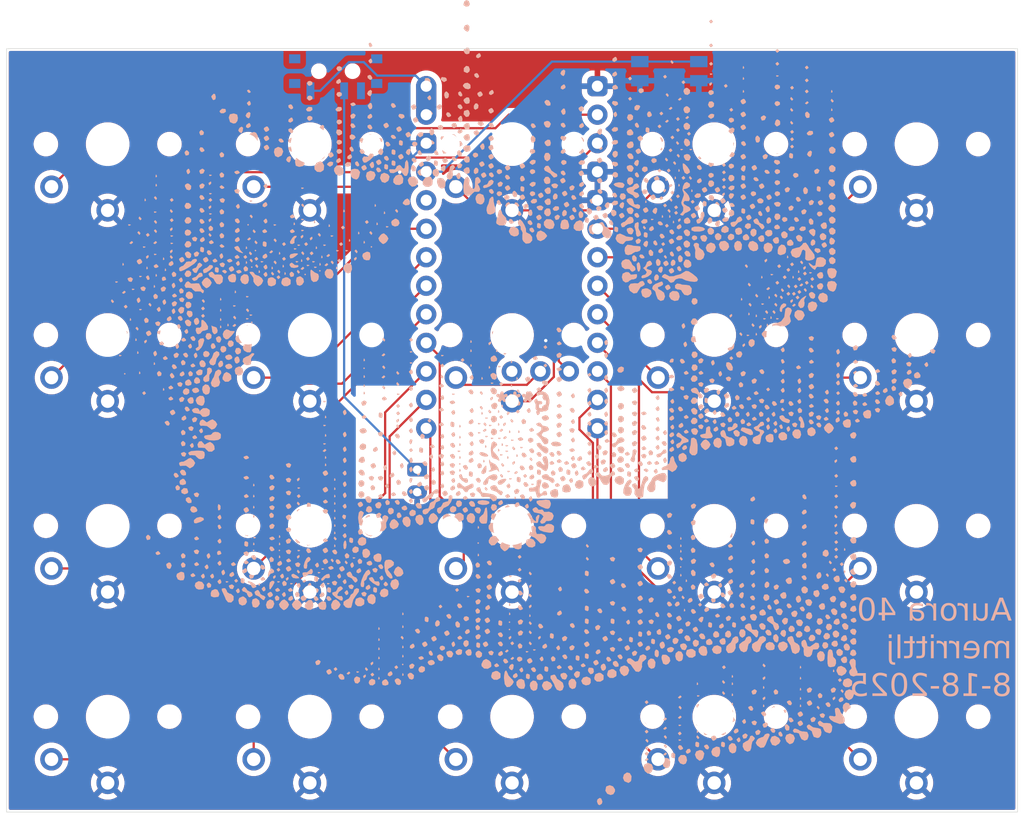
<source format=kicad_pcb>
(kicad_pcb (version 20241229) (generator "pcbnew") (generator_version "9.0")
  (title_block (title "Aurora 40") (date "2025-08-18") (rev "1") (company "merrittlj"))
  (layers (0 "F.Cu" signal) (2 "B.Cu" signal) (13 "F.Paste" user) (15 "B.Paste" user) (5 "F.SilkS" user "F.Silkscreen") (7 "B.SilkS" user "B.Silkscreen") (1 "F.Mask" user) (3 "B.Mask" user) (25 "Edge.Cuts" user))
  (net 0 "")
  (net 1 "/SW1")
  (net 2 "GND")
  (net 3 "/SW2")
  (net 4 "/SW3")
  (net 5 "/SW4")
  (net 6 "/SW5")
  (net 7 "/SW6")
  (net 8 "/SW7")
  (net 9 "/SW8")
  (net 10 "/SW9")
  (net 11 "/SW10")
  (net 12 "/SW11")
  (net 13 "/SW12")
  (net 14 "/SW13")
  (net 15 "/SW14")
  (net 16 "/SW15")
  (net 17 "/SW16")
  (net 18 "/SW17")
  (net 19 "/SW18")
  (net 20 "/SW19")
  (net 21 "/SW20")
  (net 22 "Net-(J1-Pin_1)")
  (net 23 "/BAT+")
  (net 25 "/RST")
  (footprint "PCM_marbastlib-choc:SW_choc_v1_1u" (layer "F.Cu") (at 77 64.2)
    (property "Reference" "CH7" (hide yes))
    (property "Value" "choc_v1_SW_solder")
    (pad "" np_thru_hole circle (at -5.5 0 180) (size 1.7 1.7) (drill 1.7) (layers "*.Cu" "*.Mask"))
    (pad "" np_thru_hole circle (at 0 0 180) (size 3.4 3.4) (drill 3.4) (layers "*.Cu" "*.Mask"))
    (pad "" np_thru_hole circle (at 5.5 0 180) (size 1.7 1.7) (drill 1.7) (layers "*.Cu" "*.Mask"))
    (pad "1" thru_hole circle (at -5 3.8 180) (size 2 2) (drill 1.2) (layers "*.Cu" "B.Mask") (net 8 "/SW7"))
    (pad "2" thru_hole circle (at 0 5.9 180) (size 2 2) (drill 1.2) (layers "*.Cu" "B.Mask") (net 2 "GND"))
  )
  (footprint "PCM_marbastlib-choc:SW_choc_v1_1u" (layer "F.Cu") (at 131 47.2)
    (property "Reference" "CH5" (hide yes))
    (property "Value" "choc_v1_SW_solder")
    (pad "" np_thru_hole circle (at -5.5 0 180) (size 1.7 1.7) (drill 1.7) (layers "*.Cu" "*.Mask"))
    (pad "" np_thru_hole circle (at 0 0 180) (size 3.4 3.4) (drill 3.4) (layers "*.Cu" "*.Mask"))
    (pad "" np_thru_hole circle (at 5.5 0 180) (size 1.7 1.7) (drill 1.7) (layers "*.Cu" "*.Mask"))
    (pad "1" thru_hole circle (at -5 3.8 180) (size 2 2) (drill 1.2) (layers "*.Cu" "B.Mask") (net 6 "/SW5"))
    (pad "2" thru_hole circle (at 0 5.9 180) (size 2 2) (drill 1.2) (layers "*.Cu" "B.Mask") (net 2 "GND"))
  )
  (footprint "PCM_marbastlib-choc:SW_choc_v1_1u" (layer "F.Cu") (at 95 98.2)
    (property "Reference" "CH18" (hide yes))
    (property "Value" "choc_v1_SW_solder")
    (pad "" np_thru_hole circle (at -5.5 0 180) (size 1.7 1.7) (drill 1.7) (layers "*.Cu" "*.Mask"))
    (pad "" np_thru_hole circle (at 0 0 180) (size 3.4 3.4) (drill 3.4) (layers "*.Cu" "*.Mask"))
    (pad "" np_thru_hole circle (at 5.5 0 180) (size 1.7 1.7) (drill 1.7) (layers "*.Cu" "*.Mask"))
    (pad "1" thru_hole circle (at -5 3.8 180) (size 2 2) (drill 1.2) (layers "*.Cu" "B.Mask") (net 19 "/SW18"))
    (pad "2" thru_hole circle (at 0 5.9 180) (size 2 2) (drill 1.2) (layers "*.Cu" "B.Mask") (net 2 "GND"))
  )
  (footprint "PCM_marbastlib-choc:SW_choc_v1_1u" (layer "F.Cu") (at 95 47.2)
    (property "Reference" "CH3" (hide yes))
    (property "Value" "choc_v1_SW_solder")
    (pad "" np_thru_hole circle (at -5.5 0 180) (size 1.7 1.7) (drill 1.7) (layers "*.Cu" "*.Mask"))
    (pad "" np_thru_hole circle (at 0 0 180) (size 3.4 3.4) (drill 3.4) (layers "*.Cu" "*.Mask"))
    (pad "" np_thru_hole circle (at 5.5 0 180) (size 1.7 1.7) (drill 1.7) (layers "*.Cu" "*.Mask"))
    (pad "1" thru_hole circle (at -5 3.8 180) (size 2 2) (drill 1.2) (layers "*.Cu" "B.Mask") (net 4 "/SW3"))
    (pad "2" thru_hole circle (at 0 5.9 180) (size 2 2) (drill 1.2) (layers "*.Cu" "B.Mask") (net 2 "GND"))
  )
  (footprint "PCM_marbastlib-choc:SW_choc_v1_1u" (layer "F.Cu") (at 131 64.2)
    (property "Reference" "CH10" (hide yes))
    (property "Value" "choc_v1_SW_solder")
    (pad "" np_thru_hole circle (at -5.5 0 180) (size 1.7 1.7) (drill 1.7) (layers "*.Cu" "*.Mask"))
    (pad "" np_thru_hole circle (at 0 0 180) (size 3.4 3.4) (drill 3.4) (layers "*.Cu" "*.Mask"))
    (pad "" np_thru_hole circle (at 5.5 0 180) (size 1.7 1.7) (drill 1.7) (layers "*.Cu" "*.Mask"))
    (pad "1" thru_hole circle (at -5 3.8 180) (size 2 2) (drill 1.2) (layers "*.Cu" "B.Mask") (net 11 "/SW10"))
    (pad "2" thru_hole circle (at 0 5.9 180) (size 2 2) (drill 1.2) (layers "*.Cu" "B.Mask") (net 2 "GND"))
  )
  (footprint "PCM_marbastlib-choc:SW_choc_v1_1u" (layer "F.Cu") (at 95 64.2)
    (property "Reference" "CH8" (hide yes))
    (property "Value" "choc_v1_SW_solder")
    (pad "" np_thru_hole circle (at -5.5 0 180) (size 1.7 1.7) (drill 1.7) (layers "*.Cu" "*.Mask"))
    (pad "" np_thru_hole circle (at 0 0 180) (size 3.4 3.4) (drill 3.4) (layers "*.Cu" "*.Mask"))
    (pad "" np_thru_hole circle (at 5.5 0 180) (size 1.7 1.7) (drill 1.7) (layers "*.Cu" "*.Mask"))
    (pad "1" thru_hole circle (at -5 3.8 180) (size 2 2) (drill 1.2) (layers "*.Cu" "B.Mask") (net 9 "/SW8"))
    (pad "2" thru_hole circle (at 0 5.9 180) (size 2 2) (drill 1.2) (layers "*.Cu" "B.Mask") (net 2 "GND"))
  )
  (footprint "PCM_marbastlib-choc:SW_choc_v1_1u" (layer "F.Cu") (at 131 98.2)
    (property "Reference" "CH20" (hide yes))
    (property "Value" "choc_v1_SW_solder")
    (pad "" np_thru_hole circle (at -5.5 0 180) (size 1.7 1.7) (drill 1.7) (layers "*.Cu" "*.Mask"))
    (pad "" np_thru_hole circle (at 0 0 180) (size 3.4 3.4) (drill 3.4) (layers "*.Cu" "*.Mask"))
    (pad "" np_thru_hole circle (at 5.5 0 180) (size 1.7 1.7) (drill 1.7) (layers "*.Cu" "*.Mask"))
    (pad "1" thru_hole circle (at -5 3.8 180) (size 2 2) (drill 1.2) (layers "*.Cu" "B.Mask") (net 21 "/SW20"))
    (pad "2" thru_hole circle (at 0 5.9 180) (size 2 2) (drill 1.2) (layers "*.Cu" "B.Mask") (net 2 "GND"))
  )
  (footprint "PCM_marbastlib-choc:SW_choc_v1_1u" (layer "F.Cu") (at 77 47.2)
    (property "Reference" "CH2" (hide yes))
    (property "Value" "choc_v1_SW_solder")
    (pad "" np_thru_hole circle (at -5.5 0 180) (size 1.7 1.7) (drill 1.7) (layers "*.Cu" "*.Mask"))
    (pad "" np_thru_hole circle (at 0 0 180) (size 3.4 3.4) (drill 3.4) (layers "*.Cu" "*.Mask"))
    (pad "" np_thru_hole circle (at 5.5 0 180) (size 1.7 1.7) (drill 1.7) (layers "*.Cu" "*.Mask"))
    (pad "1" thru_hole circle (at -5 3.8 180) (size 2 2) (drill 1.2) (layers "*.Cu" "B.Mask") (net 3 "/SW2"))
    (pad "2" thru_hole circle (at 0 5.9 180) (size 2 2) (drill 1.2) (layers "*.Cu" "B.Mask") (net 2 "GND"))
  )
  (footprint "PCM_marbastlib-choc:SW_choc_v1_1u" (layer "F.Cu") (at 59 98.2)
    (property "Reference" "CH16" (hide yes))
    (property "Value" "choc_v1_SW_solder")
    (pad "" np_thru_hole circle (at -5.5 0 180) (size 1.7 1.7) (drill 1.7) (layers "*.Cu" "*.Mask"))
    (pad "" np_thru_hole circle (at 0 0 180) (size 3.4 3.4) (drill 3.4) (layers "*.Cu" "*.Mask"))
    (pad "" np_thru_hole circle (at 5.5 0 180) (size 1.7 1.7) (drill 1.7) (layers "*.Cu" "*.Mask"))
    (pad "1" thru_hole circle (at -5 3.8 180) (size 2 2) (drill 1.2) (layers "*.Cu" "B.Mask") (net 17 "/SW16"))
    (pad "2" thru_hole circle (at 0 5.9 180) (size 2 2) (drill 1.2) (layers "*.Cu" "B.Mask") (net 2 "GND"))
  )
  (footprint "PCM_marbastlib-choc:SW_choc_v1_1u" (layer "F.Cu") (at 77 81.2)
    (property "Reference" "CH12" (hide yes))
    (property "Value" "choc_v1_SW_solder")
    (pad "" np_thru_hole circle (at -5.5 0 180) (size 1.7 1.7) (drill 1.7) (layers "*.Cu" "*.Mask"))
    (pad "" np_thru_hole circle (at 0 0 180) (size 3.4 3.4) (drill 3.4) (layers "*.Cu" "*.Mask"))
    (pad "" np_thru_hole circle (at 5.5 0 180) (size 1.7 1.7) (drill 1.7) (layers "*.Cu" "*.Mask"))
    (pad "1" thru_hole circle (at -5 3.8 180) (size 2 2) (drill 1.2) (layers "*.Cu" "B.Mask") (net 13 "/SW12"))
    (pad "2" thru_hole circle (at 0 5.9 180) (size 2 2) (drill 1.2) (layers "*.Cu" "B.Mask") (net 2 "GND"))
  )
  (footprint "PCM_marbastlib-choc:SW_choc_v1_1u" (layer "F.Cu") (at 113 64.2)
    (property "Reference" "CH9" (hide yes))
    (property "Value" "choc_v1_SW_solder")
    (pad "" np_thru_hole circle (at -5.5 0 180) (size 1.7 1.7) (drill 1.7) (layers "*.Cu" "*.Mask"))
    (pad "" np_thru_hole circle (at 0 0 180) (size 3.4 3.4) (drill 3.4) (layers "*.Cu" "*.Mask"))
    (pad "" np_thru_hole circle (at 5.5 0 180) (size 1.7 1.7) (drill 1.7) (layers "*.Cu" "*.Mask"))
    (pad "1" thru_hole circle (at -5 3.8 180) (size 2 2) (drill 1.2) (layers "*.Cu" "B.Mask") (net 10 "/SW9"))
    (pad "2" thru_hole circle (at 0 5.9 180) (size 2 2) (drill 1.2) (layers "*.Cu" "B.Mask") (net 2 "GND"))
  )
  (footprint "PCM_marbastlib-choc:SW_choc_v1_1u" (layer "F.Cu") (at 77 98.2)
    (property "Reference" "CH17" (hide yes))
    (property "Value" "choc_v1_SW_solder")
    (pad "" np_thru_hole circle (at -5.5 0 180) (size 1.7 1.7) (drill 1.7) (layers "*.Cu" "*.Mask"))
    (pad "" np_thru_hole circle (at 0 0 180) (size 3.4 3.4) (drill 3.4) (layers "*.Cu" "*.Mask"))
    (pad "" np_thru_hole circle (at 5.5 0 180) (size 1.7 1.7) (drill 1.7) (layers "*.Cu" "*.Mask"))
    (pad "1" thru_hole circle (at -5 3.8 180) (size 2 2) (drill 1.2) (layers "*.Cu" "B.Mask") (net 18 "/SW17"))
    (pad "2" thru_hole circle (at 0 5.9 180) (size 2 2) (drill 1.2) (layers "*.Cu" "B.Mask") (net 2 "GND"))
  )
  (footprint "PCM_marbastlib-choc:SW_choc_v1_1u" (layer "F.Cu") (at 113 47.2)
    (property "Reference" "CH4" (hide yes))
    (property "Value" "choc_v1_SW_solder")
    (pad "" np_thru_hole circle (at -5.5 0 180) (size 1.7 1.7) (drill 1.7) (layers "*.Cu" "*.Mask"))
    (pad "" np_thru_hole circle (at 0 0 180) (size 3.4 3.4) (drill 3.4) (layers "*.Cu" "*.Mask"))
    (pad "" np_thru_hole circle (at 5.5 0 180) (size 1.7 1.7) (drill 1.7) (layers "*.Cu" "*.Mask"))
    (pad "1" thru_hole circle (at -5 3.8 180) (size 2 2) (drill 1.2) (layers "*.Cu" "B.Mask") (net 5 "/SW4"))
    (pad "2" thru_hole circle (at 0 5.9 180) (size 2 2) (drill 1.2) (layers "*.Cu" "B.Mask") (net 2 "GND"))
  )
  (footprint "PCM_marbastlib-choc:SW_choc_v1_1u" (layer "F.Cu") (at 59 47.2)
    (property "Reference" "CH1" (hide yes))
    (property "Value" "choc_v1_SW_solder")
    (pad "" np_thru_hole circle (at -5.5 0 180) (size 1.7 1.7) (drill 1.7) (layers "*.Cu" "*.Mask"))
    (pad "" np_thru_hole circle (at 0 0 180) (size 3.4 3.4) (drill 3.4) (layers "*.Cu" "*.Mask"))
    (pad "" np_thru_hole circle (at 5.5 0 180) (size 1.7 1.7) (drill 1.7) (layers "*.Cu" "*.Mask"))
    (pad "1" thru_hole circle (at -5 3.8 180) (size 2 2) (drill 1.2) (layers "*.Cu" "B.Mask") (net 1 "/SW1"))
    (pad "2" thru_hole circle (at 0 5.9 180) (size 2 2) (drill 1.2) (layers "*.Cu" "B.Mask") (net 2 "GND"))
  )
  (footprint "PCM_marbastlib-choc:SW_choc_v1_1u" (layer "F.Cu") (at 95 81.2)
    (property "Reference" "CH13" (hide yes))
    (property "Value" "choc_v1_SW_solder")
    (pad "" np_thru_hole circle (at -5.5 0 180) (size 1.7 1.7) (drill 1.7) (layers "*.Cu" "*.Mask"))
    (pad "" np_thru_hole circle (at 0 0 180) (size 3.4 3.4) (drill 3.4) (layers "*.Cu" "*.Mask"))
    (pad "" np_thru_hole circle (at 5.5 0 180) (size 1.7 1.7) (drill 1.7) (layers "*.Cu" "*.Mask"))
    (pad "1" thru_hole circle (at -5 3.8 180) (size 2 2) (drill 1.2) (layers "*.Cu" "B.Mask") (net 14 "/SW13"))
    (pad "2" thru_hole circle (at 0 5.9 180) (size 2 2) (drill 1.2) (layers "*.Cu" "B.Mask") (net 2 "GND"))
  )
  (footprint "PCM_marbastlib-choc:SW_choc_v1_1u" (layer "F.Cu") (at 113 81.2)
    (property "Reference" "CH14" (hide yes))
    (property "Value" "choc_v1_SW_solder")
    (pad "" np_thru_hole circle (at -5.5 0 180) (size 1.7 1.7) (drill 1.7) (layers "*.Cu" "*.Mask"))
    (pad "" np_thru_hole circle (at 0 0 180) (size 3.4 3.4) (drill 3.4) (layers "*.Cu" "*.Mask"))
    (pad "" np_thru_hole circle (at 5.5 0 180) (size 1.7 1.7) (drill 1.7) (layers "*.Cu" "*.Mask"))
    (pad "1" thru_hole circle (at -5 3.8 180) (size 2 2) (drill 1.2) (layers "*.Cu" "B.Mask") (net 15 "/SW14"))
    (pad "2" thru_hole circle (at 0 5.9 180) (size 2 2) (drill 1.2) (layers "*.Cu" "B.Mask") (net 2 "GND"))
  )
  (footprint "PCM_marbastlib-choc:SW_choc_v1_1u" (layer "F.Cu") (at 59 64.2)
    (property "Reference" "CH6" (hide yes))
    (property "Value" "choc_v1_SW_solder")
    (pad "" np_thru_hole circle (at -5.5 0 180) (size 1.7 1.7) (drill 1.7) (layers "*.Cu" "*.Mask"))
    (pad "" np_thru_hole circle (at 0 0 180) (size 3.4 3.4) (drill 3.4) (layers "*.Cu" "*.Mask"))
    (pad "" np_thru_hole circle (at 5.5 0 180) (size 1.7 1.7) (drill 1.7) (layers "*.Cu" "*.Mask"))
    (pad "1" thru_hole circle (at -5 3.8 180) (size 2 2) (drill 1.2) (layers "*.Cu" "B.Mask") (net 7 "/SW6"))
    (pad "2" thru_hole circle (at 0 5.9 180) (size 2 2) (drill 1.2) (layers "*.Cu" "B.Mask") (net 2 "GND"))
  )
  (footprint "PCM_marbastlib-choc:SW_choc_v1_1u" (layer "F.Cu") (at 59 81.2)
    (property "Reference" "CH11" (hide yes))
    (property "Value" "choc_v1_SW_solder")
    (pad "" np_thru_hole circle (at -5.5 0 180) (size 1.7 1.7) (drill 1.7) (layers "*.Cu" "*.Mask"))
    (pad "" np_thru_hole circle (at 0 0 180) (size 3.4 3.4) (drill 3.4) (layers "*.Cu" "*.Mask"))
    (pad "" np_thru_hole circle (at 5.5 0 180) (size 1.7 1.7) (drill 1.7) (layers "*.Cu" "*.Mask"))
    (pad "1" thru_hole circle (at -5 3.8 180) (size 2 2) (drill 1.2) (layers "*.Cu" "B.Mask") (net 12 "/SW11"))
    (pad "2" thru_hole circle (at 0 5.9 180) (size 2 2) (drill 1.2) (layers "*.Cu" "B.Mask") (net 2 "GND"))
  )
  (footprint "PCM_marbastlib-choc:SW_choc_v1_1u" (layer "F.Cu") (at 113 98.2)
    (property "Reference" "CH19" (hide yes))
    (property "Value" "choc_v1_SW_solder")
    (pad "" np_thru_hole circle (at -5.5 0 180) (size 1.7 1.7) (drill 1.7) (layers "*.Cu" "*.Mask"))
    (pad "" np_thru_hole circle (at 0 0 180) (size 3.4 3.4) (drill 3.4) (layers "*.Cu" "*.Mask"))
    (pad "" np_thru_hole circle (at 5.5 0 180) (size 1.7 1.7) (drill 1.7) (layers "*.Cu" "*.Mask"))
    (pad "1" thru_hole circle (at -5 3.8 180) (size 2 2) (drill 1.2) (layers "*.Cu" "B.Mask") (net 20 "/SW19"))
    (pad "2" thru_hole circle (at 0 5.9 180) (size 2 2) (drill 1.2) (layers "*.Cu" "B.Mask") (net 2 "GND"))
  )
  (footprint "PCM_marbastlib-choc:SW_choc_v1_1u" (layer "F.Cu") (at 131 81.2)
    (property "Reference" "CH15" (hide yes))
    (property "Value" "choc_v1_SW_solder")
    (pad "" np_thru_hole circle (at -5.5 0 180) (size 1.7 1.7) (drill 1.7) (layers "*.Cu" "*.Mask"))
    (pad "" np_thru_hole circle (at 0 0 180) (size 3.4 3.4) (drill 3.4) (layers "*.Cu" "*.Mask"))
    (pad "" np_thru_hole circle (at 5.5 0 180) (size 1.7 1.7) (drill 1.7) (layers "*.Cu" "*.Mask"))
    (pad "1" thru_hole circle (at -5 3.8 180) (size 2 2) (drill 1.2) (layers "*.Cu" "B.Mask") (net 16 "/SW15"))
    (pad "2" thru_hole circle (at 0 5.9 180) (size 2 2) (drill 1.2) (layers "*.Cu" "B.Mask") (net 2 "GND"))
  )
  (footprint "PCM_marbastlib-xp-promicroish:nice_nano_AH_USBup" (layer "B.Cu") (at 94.98 58.55 180)
    (property "Reference" "U1" (hide yes))
    (property "Value" "nice_nano")
    (pad "1" thru_hole circle (at -7.62 13.97 180) (size 1.8 1.8) (drill 1) (layers "*.Cu" "F.Mask") (net 1 "/SW1"))
    (pad "2" thru_hole circle (at -7.62 11.43 180) (size 1.8 1.8) (drill 1) (layers "*.Cu" "F.Mask") (net 3 "/SW2"))
    (pad "3" thru_hole roundrect (at -7.62 8.89 180) (size 1.8 1.8) (drill 1) (layers "*.Cu" "F.Mask") (net 2 "GND"))
    (pad "4" thru_hole roundrect (at -7.62 6.35 180) (size 1.8 1.8) (drill 1) (layers "*.Cu" "F.Mask") (net 2 "GND"))
    (pad "5" thru_hole circle (at -7.62 3.81 180) (size 1.8 1.8) (drill 1) (layers "*.Cu" "F.Mask") (net 5 "/SW4"))
    (pad "6" thru_hole circle (at -7.62 1.27 180) (size 1.8 1.8) (drill 1) (layers "*.Cu" "F.Mask") (net 6 "/SW5"))
    (pad "7" thru_hole circle (at -7.62 -1.27 180) (size 1.8 1.8) (drill 1) (layers "*.Cu" "F.Mask") (net 10 "/SW9"))
    (pad "8" thru_hole circle (at -7.62 -3.81 180) (size 1.8 1.8) (drill 1) (layers "*.Cu" "F.Mask") (net 11 "/SW10"))
    (pad "9" thru_hole circle (at -7.62 -6.35 180) (size 1.8 1.8) (drill 1) (layers "*.Cu" "F.Mask") (net 15 "/SW14"))
    (pad "10" thru_hole circle (at -7.62 -8.89 180) (size 1.8 1.8) (drill 1) (layers "*.Cu" "F.Mask") (net 16 "/SW15"))
    (pad "11" thru_hole circle (at -7.62 -11.43 180) (size 1.8 1.8) (drill 1) (layers "*.Cu" "F.Mask") (net 20 "/SW19"))
    (pad "12" thru_hole circle (at -7.62 -13.97 180) (size 1.8 1.8) (drill 1) (layers "*.Cu" "F.Mask") (net 21 "/SW20"))
    (pad "13" thru_hole oval (at 7.62 13.97 180) (size 1.8 4.34) (drill 1 (offset 0 1.27)) (layers "*.Cu" "F.Mask") (net 23 "/BAT+"))
    (pad "14" thru_hole roundrect (at 7.62 11.43 180) (size 1.8 1.8) (drill 1) (layers "*.Cu" "F.Mask") (net 2 "GND"))
    (pad "15" thru_hole circle (at 7.62 8.89 180) (size 1.8 1.8) (drill 1) (layers "*.Cu" "F.Mask") (net 25 "/RST"))
    (pad "16" thru_hole circle (at 7.62 6.35 180) (size 1.8 1.8) (drill 1) (layers "*.Cu" "F.Mask"))
    (pad "17" thru_hole circle (at 7.62 3.81 180) (size 1.8 1.8) (drill 1) (layers "*.Cu" "F.Mask") (net 7 "/SW6"))
    (pad "18" thru_hole circle (at 7.62 1.27 180) (size 1.8 1.8) (drill 1) (layers "*.Cu" "F.Mask") (net 8 "/SW7"))
    (pad "19" thru_hole circle (at 7.62 -1.27 180) (size 1.8 1.8) (drill 1) (layers "*.Cu" "F.Mask") (net 12 "/SW11"))
    (pad "20" thru_hole circle (at 7.62 -3.81 180) (size 1.8 1.8) (drill 1) (layers "*.Cu" "F.Mask") (net 13 "/SW12"))
    (pad "21" thru_hole circle (at 7.62 -6.35 180) (size 1.8 1.8) (drill 1) (layers "*.Cu" "F.Mask") (net 14 "/SW13"))
    (pad "22" thru_hole circle (at 7.62 -8.89 180) (size 1.8 1.8) (drill 1) (layers "*.Cu" "F.Mask") (net 17 "/SW16"))
    (pad "23" thru_hole circle (at 7.62 -11.43 180) (size 1.8 1.8) (drill 1) (layers "*.Cu" "F.Mask") (net 18 "/SW17"))
    (pad "24" thru_hole circle (at 7.62 -13.97 180) (size 1.8 1.8) (drill 1) (layers "*.Cu" "F.Mask") (net 19 "/SW18"))
    (pad "25" thru_hole circle (at -5.08 -8.89 180) (size 1.8 1.8) (drill 1) (layers "*.Cu" "F.Mask") (net 4 "/SW3"))
    (pad "26" thru_hole circle (at -2.54 -8.89 180) (size 1.8 1.8) (drill 1) (layers "*.Cu" "F.Mask") (net 9 "/SW8"))
    (pad "27" thru_hole circle (at 0 -8.89 180) (size 1.8 1.8) (drill 1) (layers "*.Cu" "F.Mask"))
    (pad "28" thru_hole roundrect (at -7.62 16.51 180) (size 1.8 1.8) (drill 1) (layers "*.Cu" "F.Mask") (net 2 "GND"))
    (pad "29" thru_hole circle (at 7.62 16.51 180) (size 1.8 1.8) (drill 1) (layers "*.Cu" "F.Mask") (net 23 "/BAT+"))
    (zone (net 0) (net_name "") (layers "F.Cu" "B.Cu") (name "ANT") (connect_pads (clearance 0)) (min_thickness 0.25)
      (keepout (tracks allowed) (vias allowed) (pads allowed) (copperpour not_allowed) (footprints allowed))
      (fill (thermal_gap 0.5) (thermal_bridge_width 0.5))
      (polygon (pts (xy 108.87 68.71) (xy 81.09 68.71) (xy 81.09 78.79) (xy 108.87 78.79)))
    )
  )
  (footprint "Connector_JST:JST_PH_S2B-PH-K_1x02_P2.00mm_Horizontal" (layer "B.Cu") (at 86.55 76.2 -90)
    (property "Reference" "J1" (hide yes))
    (property "Value" "BATT_CON")
    (pad "1" thru_hole roundrect (at 0 0 270) (size 1.2 1.75) (drill 0.75) (layers "*.Cu" "*.Mask") (roundrect_rratio 0.208333) (net 22 "Net-(J1-Pin_1)"))
    (pad "2" thru_hole oval (at 2 0 270) (size 1.2 1.75) (drill 0.75) (layers "*.Cu" "*.Mask") (net 2 "GND"))
  )
  (footprint "Library:SSSS811101" (layer "B.Cu") (at 79.3 40.7)
    (property "Reference" "SW1" (hide yes))
    (property "Value" "PWR_SW" (hide yes))
    (pad "" np_thru_hole circle (at -1.5 0) (size 0.9 0.9) (drill 0.9) (layers "*.Cu" "*.Mask"))
    (pad "" np_thru_hole circle (at 1.5 0) (size 0.9 0.9) (drill 0.9) (layers "*.Cu" "*.Mask"))
    (pad "1" smd rect (at -2.25 1.75) (size 0.7 1.5) (layers "B.Cu" "B.Mask" "B.Paste") (net 23 "/BAT+"))
    (pad "2" smd rect (at 0.75 1.75) (size 0.7 1.5) (layers "B.Cu" "B.Mask" "B.Paste") (net 22 "Net-(J1-Pin_1)"))
    (pad "3" smd rect (at 2.25 1.75) (size 0.7 1.5) (layers "B.Cu" "B.Mask" "B.Paste"))
    (pad "4" smd rect (at -3.65 1.1 270) (size 0.8 1) (layers "B.Cu" "B.Mask" "B.Paste"))
    (pad "5" smd rect (at -3.65 -1.1 270) (size 0.8 1) (layers "B.Cu" "B.Mask" "B.Paste"))
    (pad "6" smd rect (at 3.65 1.1 270) (size 0.8 1) (layers "B.Cu" "B.Mask" "B.Paste"))
    (pad "7" smd rect (at 3.65 -1.1 270) (size 0.8 1) (layers "B.Cu" "B.Mask" "B.Paste"))
  )
  (footprint "LOGO" (layer "B.Cu") (at 96 70.2 180)
    (property "Reference" "G***" (at 0 0 0) (layer "B.SilkS") (effects (font (size 1.5 1.5) (thickness 0.3)) (justify mirror)))
    (property "Value" "LOGO" (hide yes))
  )
  (footprint "Button_Switch_SMD:Panasonic_EVQPUJ_EVQPUA" (layer "B.Cu") (at 109 40.7 180)
    (property "Reference" "SW2" (hide yes))
    (property "Value" "SW_Push")
    (pad "1" smd rect (at -2.625 0.85) (size 1.55 1) (layers "B.Cu" "B.Mask" "B.Paste") (net 25 "/RST"))
    (pad "1" smd rect (at 2.625 0.85) (size 1.55 1) (layers "B.Cu" "B.Mask" "B.Paste") (net 25 "/RST"))
    (pad "2" smd rect (at -2.625 -0.85) (size 1.55 1) (layers "B.Cu" "B.Mask" "B.Paste") (net 2 "GND"))
    (pad "2" smd rect (at 2.625 -0.85) (size 1.55 1) (layers "B.Cu" "B.Mask" "B.Paste") (net 2 "GND"))
  )
  (gr_rect (start 50 38.7) (end 140 106.7) (stroke (width 0.05)) (fill no) (layer "Edge.Cuts"))
  (gr_text "Aurora 40\nmerrittlj\n8-18-2025" (at 139.5 96.7 0) (layer "B.SilkS") (effects (font (size 2 2) (thickness 0.1)) (justify left bottom mirror)))
  (segment (start 54 51) (end 55.301 49.699) (width 0.2) (layer "F.Cu") (net 1))
  (segment (start 94.719448 44.58) (end 102.6 44.58) (width 0.2) (layer "F.Cu") (net 1))
  (segment (start 81.69947 49.699) (end 85.61747 45.781) (width 0.2) (layer "F.Cu") (net 1))
  (segment (start 85.61747 45.781) (end 93.518448 45.781) (width 0.2) (layer "F.Cu") (net 1))
  (segment (start 55.301 49.699) (end 81.69947 49.699) (width 0.2) (layer "F.Cu") (net 1))
  (segment (start 93.518448 45.781) (end 94.719448 44.58) (width 0.2) (layer "F.Cu") (net 1))
  (segment (start 101.7 53.1) (end 102.6 52.2) (width 0.2) (layer "F.Cu") (net 2))
  (segment (start 95 70.1) (end 96.558471 70.1) (width 0.2) (layer "F.Cu") (net 2))
  (segment (start 98.721 65.421) (end 98 64.7) (width 0.2) (layer "F.Cu") (net 2))
  (segment (start 95 53.1) (end 101.7 53.1) (width 0.2) (layer "F.Cu") (net 2))
  (segment (start 96.558471 70.1) (end 98.721 67.937471) (width 0.2) (layer "F.Cu") (net 2))
  (segment (start 98.44 49.66) (end 102.6 49.66) (width 0.2) (layer "F.Cu") (net 2))
  (segment (start 98.721 67.937471) (end 98.721 65.421) (width 0.2) (layer "F.Cu") (net 2))
  (segment (start 95 53.1) (end 98.44 49.66) (width 0.2) (layer "F.Cu") (net 2))
  (via (at 85 49.7) (size 0.6) (drill 0.3) (layers "F.Cu" "B.Cu") (net 2))
  (via (at 98 64.7) (size 0.6) (drill 0.3) (layers "F.Cu" "B.Cu") (net 2))
  (segment (start 85 49.48) (end 85 49.7) (width 0.2) (layer "B.Cu") (net 2))
  (segment (start 87.36 47.12) (end 85 49.48) (width 0.2) (layer "B.Cu") (net 2))
  (segment (start 72 51) (end 80.96557 51) (width 0.2) (layer "F.Cu") (net 3))
  (segment (start 93.299724 48.400276) (end 94.150448 49.251) (width 0.2) (layer "F.Cu") (net 3))
  (segment (start 100.469 49.251) (end 102.6 47.12) (width 0.2) (layer "F.Cu") (net 3))
  (segment (start 80.96557 51) (end 83.565294 48.400276) (width 0.2) (layer "F.Cu") (net 3))
  (segment (start 94.150448 49.251) (end 100.469 49.251) (width 0.2) (layer "F.Cu") (net 3))
  (segment (start 83.565294 48.400276) (end 93.299724 48.400276) (width 0.2) (layer "F.Cu") (net 3))
  (segment (start 99.16 66.54) (end 99.16 60.16) (width 0.2) (layer "F.Cu") (net 4))
  (segment (start 99.16 60.16) (end 90 51) (width 0.2) (layer "F.Cu") (net 4))
  (segment (start 100.06 67.44) (end 99.16 66.54) (width 0.2) (layer "F.Cu") (net 4))
  (segment (start 104.26 54.74) (end 108 51) (width 0.2) (layer "F.Cu") (net 5))
  (segment (start 102.6 54.74) (end 104.26 54.74) (width 0.2) (layer "F.Cu") (net 5))
  (segment (start 119.72 57.28) (end 126 51) (width 0.2) (layer "F.Cu") (net 6))
  (segment (start 102.6 57.28) (end 119.72 57.28) (width 0.2) (layer "F.Cu") (net 6))
  (segment (start 71.501 66.699) (end 83.46 54.74) (width 0.2) (layer "F.Cu") (net 7))
  (segment (start 54 68) (end 55.301 66.699) (width 0.2) (layer "F.Cu") (net 7))
  (segment (start 55.301 66.699) (end 71.501 66.699) (width 0.2) (layer "F.Cu") (net 7))
  (segment (start 83.46 54.74) (end 87.36 54.74) (width 0.2) (layer "F.Cu") (net 7))
  (segment (start 72 68) (end 76.64 68) (width 0.2) (layer "F.Cu") (net 8))
  (segment (start 76.64 68) (end 87.36 57.28) (width 0.2) (layer "F.Cu") (net 8))
  (segment (start 90.641 68.641) (end 96.319 68.641) (width 0.2) (layer "F.Cu") (net 9))
  (segment (start 90 68) (end 90.641 68.641) (width 0.2) (layer "F.Cu") (net 9))
  (segment (start 96.319 68.641) (end 97.52 67.44) (width 0.2) (layer "F.Cu") (net 9))
  (segment (start 106.299 63.519) (end 106.299 66.299) (width 0.2) (layer "F.Cu") (net 10))
  (segment (start 102.6 59.82) (end 106.299 63.519) (width 0.2) (layer "F.Cu") (net 10))
  (segment (start 106.299 66.299) (end 108 68) (width 0.2) (layer "F.Cu") (net 10))
  (segment (start 111.7 68) (end 126 68) (width 0.2) (layer "F.Cu") (net 11))
  (segment (start 107.461108 69.301) (end 110.399 69.301) (width 0.2) (layer "F.Cu") (net 11))
  (segment (start 105.898 65.658) (end 105.898 67.737892) (width 0.2) (layer "F.Cu") (net 11))
  (segment (start 110.399 69.301) (end 111.7 68) (width 0.2) (layer "F.Cu") (net 11))
  (segment (start 105.898 67.737892) (end 107.461108 69.301) (width 0.2) (layer "F.Cu") (net 11))
  (segment (start 102.6 62.36) (end 105.898 65.658) (width 0.2) (layer "F.Cu") (net 11))
  (segment (start 87.36 59.82) (end 83.701 63.479) (width 0.2) (layer "F.Cu") (net 12))
  (segment (start 74.56166 68.538892) (end 58.100552 85) (width 0.2) (layer "F.Cu") (net 12))
  (segment (start 83.701 64.69747) (end 79.859578 68.538892) (width 0.2) (layer "F.Cu") (net 12))
  (segment (start 83.701 63.479) (end 83.701 64.69747) (width 0.2) (layer "F.Cu") (net 12))
  (segment (start 79.859578 68.538892) (end 74.56166 68.538892) (width 0.2) (layer "F.Cu") (net 12))
  (segment (start 58.100552 85) (end 54 85) (width 0.2) (layer "F.Cu") (net 12))
  (segment (start 74.949724 74.770276) (end 74.949724 82.050276) (width 0.2) (layer "F.Cu") (net 13))
  (segment (start 74.949724 82.050276) (end 72 85) (width 0.2) (layer "F.Cu") (net 13))
  (segment (start 87.36 62.36) (end 74.949724 74.770276) (width 0.2) (layer "F.Cu") (net 13))
  (segment (start 90.701 80.70253) (end 90.701 84.299) (width 0.2) (layer "F.Cu") (net 14))
  (segment (start 88.561 66.101) (end 88.561 78.56253) (width 0.2) (layer "F.Cu") (net 14))
  (segment (start 87.36 64.9) (end 88.561 66.101) (width 0.2) (layer "F.Cu") (net 14))
  (segment (start 88.561 78.56253) (end 90.701 80.70253) (width 0.2) (layer "F.Cu") (net 14))
  (segment (start 90.701 84.299) (end 90 85) (width 0.2) (layer "F.Cu") (net 14))
  (segment (start 102.6 65.006992) (end 106.299 68.705992) (width 0.2) (layer "F.Cu") (net 15))
  (segment (start 106.299 68.705992) (end 106.299 83.299) (width 0.2) (layer "F.Cu") (net 15))
  (segment (start 102.6 64.9) (end 102.6 65.006992) (width 0.2) (layer "F.Cu") (net 15))
  (segment (start 106.299 83.299) (end 108 85) (width 0.2) (layer "F.Cu") (net 15))
  (segment (start 103.801 68.641) (end 103.801 82.640892) (width 0.2) (layer "F.Cu") (net 16))
  (segment (start 102.6 67.44) (end 103.801 68.641) (width 0.2) (layer "F.Cu") (net 16))
  (segment (start 103.801 82.640892) (end 109.860108 88.7) (width 0.2) (layer "F.Cu") (net 16))
  (segment (start 109.860108 88.7) (end 122.3 88.7) (width 0.2) (layer "F.Cu") (net 16))
  (segment (start 122.3 88.7) (end 126 85) (width 0.2) (layer "F.Cu") (net 16))
  (segment (start 63.101552 96.999) (end 58.100552 102) (width 0.2) (layer "F.Cu") (net 17))
  (segment (start 87.36 67.44) (end 83.701 71.099) (width 0.2) (layer "F.Cu") (net 17))
  (segment (start 83.701 71.099) (end 83.701 78.29547) (width 0.2) (layer "F.Cu") (net 17))
  (segment (start 83.701 78.29547) (end 64.99747 96.999) (width 0.2) (layer "F.Cu") (net 17))
  (segment (start 58.100552 102) (end 54 102) (width 0.2) (layer "F.Cu") (net 17))
  (segment (start 64.99747 96.999) (end 63.101552 96.999) (width 0.2) (layer "F.Cu") (net 17))
  (segment (start 84.102 88.197448) (end 72 100.299448) (width 0.2) (layer "F.Cu") (net 18))
  (segment (start 84.102 73.238) (end 84.102 88.197448) (width 0.2) (layer "F.Cu") (net 18))
  (segment (start 87.36 69.98) (end 84.102 73.238) (width 0.2) (layer "F.Cu") (net 18))
  (segment (start 72 100.299448) (end 72 102) (width 0.2) (layer "F.Cu") (net 18))
  (segment (start 87.726 72.886) (end 87.36 72.52) (width 0.2) (layer "F.Cu") (net 19))
  (segment (start 90 102) (end 87.726 99.726) (width 0.2) (layer "F.Cu") (net 19))
  (segment (start 87.726 99.726) (end 87.726 72.886) (width 0.2) (layer "F.Cu") (net 19))
  (segment (start 102.199 96.199) (end 102.199 73.817471) (width 0.2) (layer "F.Cu") (net 20))
  (segment (start 101 72.618471) (end 101 71.58) (width 0.2) (layer "F.Cu") (net 20))
  (segment (start 102.199 73.817471) (end 101 72.618471) (width 0.2) (layer "F.Cu") (net 20))
  (segment (start 108 102) (end 102.199 96.199) (width 0.2) (layer "F.Cu") (net 20))
  (segment (start 101 71.58) (end 102.6 69.98) (width 0.2) (layer "F.Cu") (net 20))
  (segment (start 109.694008 89.101) (end 102.6 82.006992) (width 0.2) (layer "F.Cu") (net 21))
  (segment (start 126 102) (end 113.101 89.101) (width 0.2) (layer "F.Cu") (net 21))
  (segment (start 102.6 82.006992) (end 102.6 72.52) (width 0.2) (layer "F.Cu") (net 21))
  (segment (start 113.101 89.101) (end 109.694008 89.101) (width 0.2) (layer "F.Cu") (net 21))
  (segment (start 80.05 42.45) (end 80.05 69.7) (width 0.2) (layer "B.Cu") (net 22))
  (segment (start 80.05 69.7) (end 86.55 76.2) (width 0.2) (layer "B.Cu") (net 22))
  (segment (start 80.468215 39.899) (end 81.8 39.899) (width 0.2) (layer "B.Cu") (net 23))
  (segment (start 83 41.099) (end 86.419 41.099) (width 0.2) (layer "B.Cu") (net 23))
  (segment (start 77.917215 42.45) (end 80.468215 39.899) (width 0.2) (layer "B.Cu") (net 23))
  (segment (start 77.05 42.45) (end 77.917215 42.45) (width 0.2) (layer "B.Cu") (net 23))
  (segment (start 86.419 41.099) (end 87.36 42.04) (width 0.2) (layer "B.Cu") (net 23))
  (segment (start 81.8 39.899) (end 83 41.099) (width 0.2) (layer "B.Cu") (net 23))
  (segment (start 88.73847 49.66) (end 87.36 49.66) (width 0.2) (layer "B.Cu") (net 25))
  (segment (start 106.375 39.85) (end 98.54847 39.85) (width 0.2) (layer "B.Cu") (net 25))
  (segment (start 106.375 39.85) (end 111.625 39.85) (width 0.2) (layer "B.Cu") (net 25))
  (segment (start 98.54847 39.85) (end 88.73847 49.66) (width 0.2) (layer "B.Cu") (net 25))
  (zone (net 2) (net_name "GND") (layers "F.Cu" "B.Cu") (connect_pads (clearance 0.5)) (min_thickness 0.25) (fill yes (thermal_gap 0.5) (thermal_bridge_width 0.5))
    (polygon (pts (xy 50 38.7) (xy 140 38.7) (xy 140 106.7) (xy 50 106.7)))
  )
)
</source>
